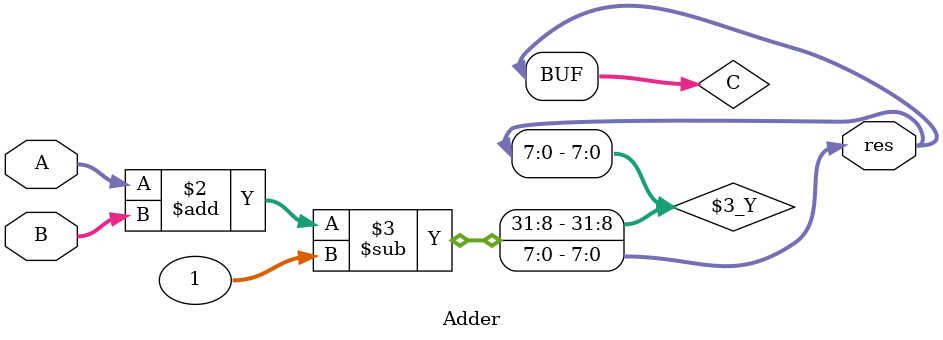
<source format=v>

`timescale 1ns / 1ps

module final(input clk, input [15:0] sw,output [15:0] led);

reg [15:0] inst;

reg [1:0] cycle;
wire[7:0] sum;
wire RF_Rp_zero;


//program counter values
reg PC_clr,PC_ld,PC_inc;
//instruction registers vaues
reg IR_ld;
wire [15:0] Instr;
//8 bit mux values
reg  D_addr_sel;
wire  [7:0] PC_addr;
reg [7:0] D_addr;
wire[7:0] muxOut8;
//D values
reg D_rd,D_wr;
wire[15:0] Rp_data;//shared with data register
wire[15:0] R_data;



assign  RF_Rp_zero=(Rp_data==0);
//program counter
PC pc(clk,PC_clr,PC_ld,PC_inc,sum,PC_addr);
//instruction register
IR ir(clk,IR_ld,R_data,Instr);
//mux
Bit8MuxSig mux1(D_addr_sel,PC_addr,D_addr,muxOut8);
//module D(input [7:0] addr,input rd, input wr,input[15:0] W_data, output  [15:0] R_data);
D memory(muxOut8,D_rd,D_wr,Rp_data,R_data,sw[7:0],led);
//adder
reg [7:0] PC_count;
//Adder adder(PC_count,Instr[7:0],sum);
Adder adder(PC_count,Instr[7:0],sum);
//alu
// module ALU(input [2:0] alu_s, input [15:0] A, B, output[15:0] data);
reg [2:0] alu_s;
wire[15:0] Rq_data,data;

//Bit16MuxSig
//Bit16MuxSig(input s1,s0,input [15:0] sig1,sig2, input [7:0] sig3, output [15:0] signal);
reg RF_s0,RF_s1;
wire [15:0]W_data;
reg [15:0] RF_W_data;
Bit16MuxSig mux2(RF_s1,RF_s0,data,R_data,RF_W_data,W_data);
//data register
/*
module dataReg(
input W_wr,Rp_rd,Rq_rd,input[3:0] W_addr,Rp_addr,Rq_addr,input [15:0] W_data,
output [15:0] Rp_data,Rq_data);
*/

reg W_wr,Rp_rd,Rq_rd;
reg [3:0] RF_W_addr,RF_Rp_addr,RF_Rq_addr;
dataReg reg16( W_wr,Rp_rd,Rq_rd,RF_W_addr,RF_Rp_addr,RF_Rq_addr, W_data,
 Rp_data,Rq_data);
 ALU al(inst[14:12],Rp_data,Rq_data,data);
wire decode_IR_ld;
wire decode_PC_ld;
wire decode_PC_inc;
wire decode_PC_clr;
wire decode_D_addr_sel;
wire decode_D_rd;
wire decode_D_wr;
wire decode_RF_s1;
wire decode_RF_s0;
wire decode_W_wr;
wire decode_rd;
wire decode_rd_Rp;
wire decode_rd_Rq;
wire [2:0] decode_alu_s;
wire [7:0] decode_D_addr;
wire [7:0] decode_RF_W_data;
wire [3:0] decode_RF_W_addr;
wire [3:0] decode_RF_Rp_addr;
wire [3:0] decode_RF_Rq_addr;

reg temp_IR_ld;
reg temp_PC_ld;
reg temp_PC_inc;
reg temp_PC_clr;
reg temp_D_addr_sel;
reg temp_D_rd;
reg temp_D_wr;
reg temp_RF_s1;
reg temp_RF_s0;
reg temp_W_wr;
reg temp_rd_Rp;
reg temp_rd_Rq;
reg [2:0] temp_alu_s;
reg [7:0] temp_D_addr;
reg [7:0] temp_RF_W_data;
reg [3:0] temp_RF_W_addr;
reg [3:0] temp_RF_Rp_addr;
reg [3:0] temp_RF_Rq_addr;
reg reset;

//decoder
//use to be Instr

always@(*)
begin
alu_s=Instr[14:12];
end

reg[7:0] imm,dir,offset;
reg[3:0] adress0,adress1,adress2;
reg fill;


initial begin
PC_clr=0;
PC_inc<=0;
IR_ld<=1;
D_rd=1;
D_addr_sel=0;
W_wr=0;
D_wr<=0;
end


always@(posedge clk or posedge reset)
begin
if(reset)//reset signal is sent
begin
//PC_clr=1;
//PC_inc<=0;
//counter set to zero
end
else
//PC_clr=0;//counter clear is disengaged
begin
    case(cycle)
    2'b00:begin cycle<=cycle+1;//fetch phase
    PC_inc<=0;//incrementing is stopped
    D_addr_sel=0;//selecting to read D adress from counter
    D_rd=1;//choosing to read
    D_wr=0;//and not write
    IR_ld<=1;//instruction from instruction register is loaded
    inst=Instr;
    PC_clr=0;
    PC_count=PC_addr;//take a note of where the program counter is now 
    adress2<=inst[11:8];
adress1<=inst[7:4];
adress0<=inst[3:0];

imm=inst[7:0];
dir=inst[7:0];
offset=inst[7:0];
alu_s=inst[14:12];
end
    2'b01:begin cycle<=cycle+1;//decode phase hold values from decoder in tempory registers
case(inst[15:12])
	4'b0000:begin
	fill=0;
	RF_W_addr<=adress2;	W_wr<=1;	RF_Rp_addr<=adress1;	Rp_rd<=1;	RF_Rq_addr<=adress0;	Rq_rd<=1;	RF_s1<=0;	RF_s0<=0;	
        RF_W_data<=16'h0000;    D_rd<=1'b0;    D_wr<=1'b0;    D_addr<=4'b0000;D_addr_sel<=0;    
        PC_ld<=0;    PC_clr<=0;    PC_inc<=0;    IR_ld<=0;
	end
	4'b0001:begin
	RF_W_addr<=adress2;	W_wr<=1;	RF_Rp_addr<=adress1;	Rp_rd<=1;	RF_Rq_addr<=adress0;	Rq_rd<=1;	RF_s1<=0;	RF_s0<=0;	
            RF_W_data<=16'h0000;    D_rd<=1'b0;    D_wr<=1'b0;    D_addr<=4'b0000;D_addr_sel<=0;    
            PC_ld<=0;    PC_clr<=0;    PC_inc<=0;    IR_ld<=0;
	fill=0;
	end
	4'b0010:begin
	fill=0;
	RF_W_addr<=adress2;	W_wr<=1;	RF_Rp_addr<=adress1;	Rp_rd<=1;	RF_Rq_addr<=adress0;	Rq_rd<=1;	RF_s1<=0;	RF_s0<=0;	
            RF_W_data<=16'h0000;    D_rd<=1'b0;    D_wr<=1'b0;    D_addr<=4'b0000;D_addr_sel<=0;    
            PC_ld<=0;    PC_clr<=0;    PC_inc<=0;    IR_ld<=0;
	end
	4'b0011:begin
	fill=0;
	RF_W_addr<=adress2;	W_wr<=1;	RF_Rp_addr<=adress1;	Rp_rd<=1;	RF_Rq_addr<=adress0;	Rq_rd<=1;	RF_s1<=0;	RF_s0<=0;	
            RF_W_data<=16'h0000;    D_rd<=1'b0;    D_wr<=1'b0;    D_addr<=4'b0000;D_addr_sel<=0;    
            PC_ld<=0;    PC_clr<=0;    PC_inc<=0;    IR_ld<=0;
	end
	4'b0100:begin
	fill=0;
	RF_W_addr<=adress2;	W_wr<=1;	RF_Rp_addr<=adress1;	Rp_rd<=1;	RF_Rq_addr<=adress0;	Rq_rd<=1;	RF_s1<=0;	RF_s0<=0;	
            RF_W_data<=16'h0000;    D_rd<=1'b0;    D_wr<=1'b0;    D_addr<=4'b0000;D_addr_sel<=0;    
            PC_ld<=0;    PC_clr<=0;    PC_inc<=0;    IR_ld<=0;
	end
	4'b0101:begin
	fill=0;
	RF_W_addr<=adress2;	W_wr<=1;	RF_Rp_addr<=adress1;	Rp_rd<=1;	RF_Rq_addr<=adress0;	Rq_rd<=1;	RF_s1<=0;	RF_s0<=0;	
            RF_W_data<=16'h0000;    D_rd<=1'b0;    D_wr<=1'b0;    D_addr<=4'b0000;D_addr_sel<=0;    
            PC_ld<=0;    PC_clr<=0;    PC_inc<=0;    IR_ld<=0;
	end
	4'b0110:begin
	fill=0;
	RF_W_addr<=adress2;	W_wr<=1;	RF_Rp_addr<=adress1;	Rp_rd<=1;	RF_Rq_addr<=adress0;	Rq_rd<=1;	RF_s1<=0;	RF_s0<=0;	
            RF_W_data<=16'h0000;    D_rd<=1'b0;    D_wr<=1'b0;    D_addr<=4'b0000;D_addr_sel<=0;    
            PC_ld<=0;    PC_clr<=0;    PC_inc<=0;    IR_ld<=0;
	end
	4'b0111:begin
	fill=0;
	RF_W_addr<=adress2;	W_wr<=1;	RF_Rp_addr<=adress1;	Rp_rd<=1;	RF_Rq_addr<=adress0;	Rq_rd<=1;	RF_s1<=0;	RF_s0<=0;	
            RF_W_data<=16'h0000;    D_rd<=1'b0;    D_wr<=1'b0;    D_addr<=4'b0000;D_addr_sel<=0;    
            PC_ld<=0;    PC_clr<=0;    PC_inc<=0;    IR_ld<=0;
	end
	4'b1000:begin
	RF_W_addr<=adress2;	W_wr<=1;	RF_Rp_addr<=adress1;	Rp_rd<=0;	RF_Rq_addr<=adress0;	Rq_rd<=0;	RF_s1<=1;	RF_s0<=0;	
	RF_W_data<=imm;	D_rd<=1'b0;	D_wr<=1'b0;	D_addr<=4'b0000;D_addr_sel<=0;	
	PC_ld<=0;	PC_clr<=0;	PC_inc<=0;	IR_ld<=0;
	end
	4'b1001:begin//load word from memoery to register
	fill=0;
	RF_W_addr<=adress2;	W_wr<=1;	RF_Rp_addr<=0;	Rp_rd<=0;	RF_Rq_addr<=adress0;	Rq_rd<=0;	RF_s1<=0;	RF_s0<=1;	
	RF_W_data<=0;	D_rd<=1'b1;	D_wr<=1'b0;	D_addr<=dir;D_addr_sel<=1;	
	PC_ld<=0;	PC_clr<=0;	PC_inc<=0;	IR_ld<=0;
	end
	4'b1010:begin//store word from data register into permanent memory 
	fill=0;
	RF_W_addr<=0;	W_wr<=0;	RF_Rp_addr<=adress2;	Rp_rd<=1;	RF_Rq_addr<=adress0;	Rq_rd<=0;	RF_s1<=1;	RF_s0<=0;	
	RF_W_data<=0;	D_rd<=1'b0;	D_wr<=1'b1;	D_addr<=dir;D_addr_sel<=1;	
	PC_ld<=0;	PC_clr<=0;	PC_inc<=0;	IR_ld<=0;
	end
	4'b1011:begin//biz
	fill=0;
	   if(RF_Rp_zero)
	   begin
	       RF_W_addr<=adress2;	W_wr<=1;	RF_Rp_addr<=adress2;	Rp_rd<=1;	RF_Rq_addr<=0;	Rq_rd<=0;	RF_s1<=1;	RF_s0<=0;	
	RF_W_data<=offset;	D_rd<=1'b1;	D_wr<=1'b1;	D_addr<=dir;D_addr_sel<=1;	
	PC_ld<=1;	PC_clr<=0;	PC_inc<=0;	IR_ld<=1;
	   end
	end
	4'b1100:begin//bnz
	fill=0;
	   if(~RF_Rp_zero)
	   begin
	       RF_W_addr<=adress2;	W_wr<=1;	RF_Rp_addr<=adress2;	Rp_rd<=1;	RF_Rq_addr<=0;	Rq_rd<=0;	RF_s1<=1;	RF_s0<=0;	
	RF_W_data<=offset;	D_rd<=1'b1;	D_wr<=1'b1;	D_addr<=dir;D_addr_sel<=1;	
	PC_ld<=1;	PC_clr<=0;	PC_inc<=0;	IR_ld<=1;
	   end
	end
	4'b1101:begin//jal
	fill=0;
	
	end
	4'b1110:begin //unconditional jump instruction
	RF_W_addr<=adress2;	W_wr<=1;	RF_Rp_addr<=adress2;	Rp_rd<=1;	RF_Rq_addr<=0;	Rq_rd<=0;	RF_s1<=1;	RF_s0<=0;	
	RF_W_data<=offset;	D_rd<=1'b1;	D_wr<=1'b1;	D_addr<=dir;D_addr_sel<=1;	
	PC_ld<=1;	PC_clr<=0;	PC_inc<=0;	IR_ld<=1;
	fill=0;
	end
	4'b1111:begin//JR
	fill=0;
	end
endcase

end
    2'b10:begin cycle<=cycle+1;//execute phase

    
end
    2'b11:begin cycle<=0;//reset
    PC_inc=1;//incrementing is resumed
    IR_ld<=0;
    PC_ld<=0;
    PC_clr<=0;
    D_wr<=0;
    W_wr<=0;
    D_addr_sel<=0;
    D_rd<=1;
end
    endcase
end    
end

initial begin
cycle=0;
end


endmodule



module Bit16MuxSig(input s1,s0,input [15:0] sig1,sig2, input [7:0] sigg3, output [15:0] signal);
reg [15:0] outSig;
wire [1:0] sel;
wire [15:0] sig3;
assign sig3[7:0]=sigg3;
assign sig3[15:8]=4'b0000;
assign sel[0]=s0;
assign sel[1]=s1;
assign signal=outSig;
always@(*)begin
	case(sel)
	2'b00:outSig<=sig1;
	2'b01:outSig<=sig2;
	2'b10:outSig<=sig3;
	2'b11:outSig<=0;
	endcase
end
endmodule 

module Bit8MuxSig(input D_addr_sel ,input [7:0] sig1,sig2 ,output [7:0] signal);
reg [7:0] outSig;
assign signal=outSig;
always@(*)begin
	case(D_addr_sel)
	1'b0:outSig=sig1;
	1'b1:outSig=sig2;
	endcase
end
endmodule 

module ALU(input [2:0] alu_s, input [15:0] A, B, output[15:0] data);

wire[15:0] addAns,subAns,andAns,orAns,xorAns,notAns,slaAns,sraAns;
reg [15:0] ans;
assign data=ans;
		
bit16Add one(A,B,addAns);
bit16Sub two(A,B,subAns);
bit16And three(A,B,andAns);
bit16Or  four(A,B,orAns);
bit16Xor five(A,B,xorAns);
bit16Not six(A,B,notAns);
bit16Sla seven(A,B,slaAns);
bit16Sra eight(A,B,sraAns);

	always@(*) begin
	case(alu_s)
		3'b000:ans=addAns;//ADD
		3'b001:ans=subAns;//SUB
		3'b010:ans=andAns;//AND
		3'b011:ans=orAns;//OR
		3'b100:ans=xorAns;//XOR
		3'b101:ans=notAns;//NOT
		3'b110:ans=slaAns;// left shift
		3'b111:ans=sraAns;// right shift
	endcase
	end

endmodule 

module dataReg(
input W_wr,Rp_rd,Rq_rd,input[3:0] W_addr,Rp_addr,Rq_addr,input [15:0] W_data,
output [15:0] Rp_data,Rq_data);

reg [15:0] mem [15:0];

reg[15:0] rp_data,rq_data;
//assign Rp_data=rp_data;
//assign Rq_data=rq_data;

assign Rp_data=rp_data;
assign Rq_data=rq_data;


always@(*)
begin

/*
if(W_wr)
mem[W_addr]<=W_data;
if(Rq_rd)
rq_data<=mem[Rq_addr];
if(Rp_rd)
rp_data<=mem[Rq_addr];
*/



if((Rp_rd&&W_wr)&&(Rq_addr==W_addr))
begin
rp_data<=W_data;
mem[W_addr]<=W_data;
end
//if write and read is called on the same register
//simply output the value of W_data without writting to register
else if((Rp_rd&&W_wr)&&(Rp_addr==W_addr))
rp_data<=W_data;
else 
begin
if(Rp_rd)//else read out register normally
rp_data<=mem[Rp_addr];
if(Rq_rd)
rq_data<=mem[Rq_addr];
if(W_wr)
mem[W_addr]<=W_data;
end




end

endmodule

module D(input [7:0] addr,input rd, input wr,input[15:0] W_data, output [15:0] R_data,input [7:0] sw,output [7:0] led);
reg [15:0] mem [255:0];
reg[15:0] r_data;
assign R_data=r_data;
//assign test=mem[245];
assign led=mem[sw];

always@(*)
begin
//if a read and write operation is done at the same time 
//simply output W_data to R_data without writting anything 
if(rd&&wr)
begin r_data=W_data; end 
else if(wr)
mem[addr]=W_data;
else if(rd)
r_data=mem[addr];
end

//the program written from registers 0 and onward
initial begin
//load 0 to 7 to registers 0 to 7
//store into data registers instructions 
mem[0]<=16'b1000000000000000;
mem[1]<=16'b1000000100000001;
mem[2]<=16'b1000001000000010;
mem[3]<=16'b1000001100000011;
mem[4]<=16'b1000010000000100;
mem[5]<=16'b1000010100000101;
mem[6]<=16'b1000011000000110;
mem[7]<=16'b1000011100000111;

//logical operations instructions 
//add 110(hex 6) and 011 (hex 3) to make 1001(hex 9) store in reg 8
mem[8]<=16'b0000100001100011;
//subtract =110(hex 6) and 011 (hex 3) to make 011(hex 3) store in reg 9
mem[9]<=16'b0001100101100011;
//AND 0010(hex 1) with 0011 (Hex 3) to get 0010(hex 2) store in reg 10
mem[10]<=16'b0010101000110010;
//OR  101(hex 5) and 111(hex 7) to get 111(hex 7) and store in reg 11
mem[11]<=16'b0011101101010111;
//XOR 100(hex 4) and 101(hex 5) to get 0001(hex 1) store in reg 12
mem[12]<=16'b0100110001000101;
//not 0101(hex 5) which extened is0000000000000101 to get 1111111111110101 (hex FFFA) and store in register 13
mem[13]<=16'b0101110101010000;
//left shift 0010(hex 2) to get 0100(4) and store in register 14
mem[14]<=16'b0110111000100000;
//right shift 0010(hex 2) to get 0001(hex 1) and store in register 15
mem[15]<=16'b0111111100100000;

//memory storage instructions 
//store information from register 8 into memory location 240 binary 1111 0000
mem[16]<=16'b1010100011110000;
//store information from register 9 into memory location 241 binary 1111 0001
mem[17]<=16'b1010100111110001;
//store information from register 10 into memory location 242 binary 1111 0010
mem[18]<=16'b1010101011110010;
//store information from register 11 into memory location 243 binary 1111 0011
mem[19]<=16'b1010101111110011;


//store information from register 12 into memory location 244 binary 1111 0100
mem[20]<=16'b1010110011110100;
//store information from register 13 into memory location 245 binary 1111 0101
mem[21]<=16'b1010110111110101;
//store information from register 14 into memory location 246 binary 1111 0110
mem[22]<=16'b1010111011110110;
//store information from register 15 into memory location 247 binary 1111 0111
mem[23]<=16'b1010111111110111;



end


endmodule



module bit16Add (input [15:0] A,B,output [15:0]addAns);
assign addAns=A+B;
endmodule

module bit16Sub (input [15:0]A,B,output [15:0]subAns);
assign subAns=A-B;
endmodule

module bit16And (input [15:0]A,B,output [15:0]andAns);
assign andAns=A&B;
endmodule

module bit16Or  (input [15:0]A,B,output [15:0]orAns);
assign orAns=A|B;
endmodule

module bit16Xor (input [15:0]A,B,output [15:0]xorAns);
assign xorAns=A^B;
endmodule

module bit16Not (input [15:0]A,B,output [15:0]notAns);
assign notAns=~A;
endmodule

module bit16Sla (input [15:0]A,B,output [15:0]slaAns);
assign slaAns=A<<1;
endmodule

module bit16Sra (input [15:0]A,B,output [15:0]sraAns);
assign sraAns=A>>1;
endmodule

module FSM
(
input clk, reset,
input [3:0] Opcode,
input RF_Rp_zero,
output IR_ld,
output PC_ld,
output PC_inc,
output PC_clr,
output D_addr_sel,
output D_rd,
output D_wr,
output RF_s1,
output RF_s0,
output W_wr,
output rd_Rp,
output rd_Rq,
output [2:0] alu_s
);

reg [14:0] controls;



always@(*)
begin
case(Opcode)
4'b0000: controls = 15'b000000000111000;//ADD
4'b0001: controls = 15'b000000000111001;//SUB
4'b0010: controls = 15'b000000000111010;//AND
4'b0011: controls = 15'b000000000111011;//OR
4'b0100: controls = 15'b000000000111100;//XOR
4'b0101: controls = 15'b000000000110101;//NOT
4'b0110: controls = 15'b000000000110110;//SLA
4'b0111: controls = 15'b000000000110111;//SRA
4'b1000: controls = 15'b000000010100000;//LI
4'b1001: controls = 15'b000011001100000;//LW
4'b1010: controls = 15'b000010100010000;//SW
4'b1011: controls = 15'b010001000000000;//BIZ//need to figure these ones out 
4'b1100: controls = 15'b010001000000000;//BNZ
4'b1101: controls = 15'b010000000100000;//JAL
4'b1110: controls = 15'b010001000000000;//JMP
4'b1111: controls = 15'b000101001010000;//JR
endcase
end

assign {IR_ld, PC_ld, PC_inc, PC_clr, D_addr_sel, D_rd, D_wr, RF_s1, RF_s0, W_wr, rd_Rp, rd_Rq, alu_s} = controls;

endmodule

/////////////////////////////


module Decoder
(
input clk, reset,
input [15:0] Instr,
input RF_Rp_zero,
output IR_ld,
output PC_ld,
output PC_inc,
output PC_clr,
output D_addr_sel,
output D_rd,
output D_wr,
output RF_s1,
output RF_s0,
output W_wr,
output rd_Rp,
output rd_Rq,
output [2:0] alu_s,
output [7:0] D_addr,
output [7:0] RF_W_data,
output [3:0] RF_W_addr,
output [3:0] RF_Rp_addr,
output [3:0] RF_Rq_addr
);
assign alu_s=Instr[14:11];

reg t_IR_ld;
reg t_PC_ld;
reg t_PC_inc;
reg t_PC_clr;
reg t_D_addr_sel;
reg t_D_rd;
reg t_D_wr;
reg t_RF_s1;
reg t_RF_s0;
reg t_W_wr;
reg t_rd_Rp;
reg t_rd_Rq;
reg [2:0] t_alu_s;
reg [7:0] t_D_addr;
reg [7:0] t_W_data;
reg [3:0] t_W_addr;
reg [3:0] t_Rp_addr;
reg [3:0] t_Rq_addr;

wire [3:0] adress0,adress1,adress2;
wire [7:0] imm,dir,offset;
assign adress2=Instr[11:8];
assign adress1=Instr[7:4];
assign adress0=Instr[3:0];

assign imm[7:4]=adress1;
assign imm[3:0]=adress0;

assign dir[7:4]=adress1;
assign dir[3:0]=adress0;

assign offset[7:4]=adress1;
assign offset[3:0]=adress0;

reg [15:0] JAL;
initial begin
JAL=0;
end


assign IR_ld=t_IR_ld;	
assign	PC_ld=	 t_PC_ld;	
assign	  PC_inc	=	 t_PC_inc;	
assign	  PC_clr	=	 t_PC_clr;	
assign	  D_addr_sel	=	 t_D_addr_sel;	
assign	  D_rd	=	 t_D_rd;	

assign	  D_wr	=	 t_D_wr;	

assign	  RF_s1	=t_RF_s1;	
assign	  RF_s0	=t_RF_s0;	

assign	  W_wr	=	 t_W_wr;	
assign	  rd_Rp	=	 t_rd_Rp;	
assign	  rd_Rq	=	 t_rd_Rq;	
assign	  alu_s	=	 Instr[14:12];	
assign	 D_addr	=	  t_D_addr;	
assign	   RF_W_data	=	 t_W_data;	
assign	   RF_W_addr	=	  t_W_addr;	
assign	   RF_Rp_addr	=	  t_Rp_addr;	
assign	   RF_Rq_addr	=	  t_Rq_addr;	


 reg fill;
 
always@(*)
begin
case(Instr[15:12])
	4'b0000:begin
	fill=0;
	t_W_addr<=adress2;	t_W_wr<=1;	t_Rp_addr<=adress1;	t_rd_Rp<=1;	t_Rq_addr<=adress0;	t_rd_Rq<=1;	t_RF_s1<=0;	t_RF_s0<=0;	
        t_W_data<=16'h0000;    t_D_rd<=1'b0;    t_D_wr<=1'b0;    t_D_addr<=4'b0000;t_D_addr_sel<=0;    
        t_PC_ld<=0;    t_PC_clr<=0;    t_PC_inc<=0;    t_IR_ld<=0;
	end
	4'b0001:begin
	t_W_addr<=adress2;	t_W_wr<=1;	t_Rp_addr<=adress1;	t_rd_Rp<=1;	t_Rq_addr<=adress0;	t_rd_Rq<=1;	t_RF_s1<=0;	t_RF_s0<=0;	
            t_W_data<=16'h0000;    t_D_rd<=1'b0;    t_D_wr<=1'b0;    t_D_addr<=4'b0000;t_D_addr_sel<=0;    
            t_PC_ld<=0;    t_PC_clr<=0;    t_PC_inc<=0;    t_IR_ld<=0;
	fill=0;
	end
	4'b0010:begin
	fill=0;
	t_W_addr<=adress2;	t_W_wr<=1;	t_Rp_addr<=adress1;	t_rd_Rp<=1;	t_Rq_addr<=adress0;	t_rd_Rq<=1;	t_RF_s1<=0;	t_RF_s0<=0;	
            t_W_data<=16'h0000;    t_D_rd<=1'b0;    t_D_wr<=1'b0;    t_D_addr<=4'b0000;t_D_addr_sel<=0;    
            t_PC_ld<=0;    t_PC_clr<=0;    t_PC_inc<=0;    t_IR_ld<=0;
	end
	4'b0011:begin
	fill=0;
	t_W_addr<=adress2;	t_W_wr<=1;	t_Rp_addr<=adress1;	t_rd_Rp<=1;	t_Rq_addr<=adress0;	t_rd_Rq<=1;	t_RF_s1<=0;	t_RF_s0<=0;	
            t_W_data<=16'h0000;    t_D_rd<=1'b0;    t_D_wr<=1'b0;    t_D_addr<=4'b0000;t_D_addr_sel<=0;    
            t_PC_ld<=0;    t_PC_clr<=0;    t_PC_inc<=0;    t_IR_ld<=0;
	end
	4'b0100:begin
	fill=0;
	t_W_addr<=adress2;	t_W_wr<=1;	t_Rp_addr<=adress1;	t_rd_Rp<=1;	t_Rq_addr<=adress0;	t_rd_Rq<=1;	t_RF_s1<=0;	t_RF_s0<=0;	
            t_W_data<=16'h0000;    t_D_rd<=1'b0;    t_D_wr<=1'b0;    t_D_addr<=4'b0000;t_D_addr_sel<=0;    
            t_PC_ld<=0;    t_PC_clr<=0;    t_PC_inc<=0;    t_IR_ld<=0;
	end
	4'b0101:begin
	fill=0;
	t_W_addr<=adress2;	t_W_wr<=1;	t_Rp_addr<=adress1;	t_rd_Rp<=1;	t_Rq_addr<=adress0;	t_rd_Rq<=1;	t_RF_s1<=0;	t_RF_s0<=0;	
            t_W_data<=16'h0000;    t_D_rd<=1'b0;    t_D_wr<=1'b0;    t_D_addr<=4'b0000;t_D_addr_sel<=0;    
            t_PC_ld<=0;    t_PC_clr<=0;    t_PC_inc<=0;    t_IR_ld<=0;
	end
	4'b0110:begin
	fill=0;
	t_W_addr<=adress2;	t_W_wr<=1;	t_Rp_addr<=adress1;	t_rd_Rp<=1;	t_Rq_addr<=adress0;	t_rd_Rq<=1;	t_RF_s1<=0;	t_RF_s0<=0;	
            t_W_data<=16'h0000;    t_D_rd<=1'b0;    t_D_wr<=1'b0;    t_D_addr<=4'b0000;t_D_addr_sel<=0;    
            t_PC_ld<=0;    t_PC_clr<=0;    t_PC_inc<=0;    t_IR_ld<=0;
	end
	4'b0111:begin
	fill=0;
	t_W_addr<=adress2;	t_W_wr<=1;	t_Rp_addr<=adress1;	t_rd_Rp<=1;	t_Rq_addr<=adress0;	t_rd_Rq<=1;	t_RF_s1<=0;	t_RF_s0<=0;	
            t_W_data<=16'h0000;    t_D_rd<=1'b0;    t_D_wr<=1'b0;    t_D_addr<=4'b0000;t_D_addr_sel<=0;    
            t_PC_ld<=0;    t_PC_clr<=0;    t_PC_inc<=0;    t_IR_ld<=0;
	end
	4'b1000:begin
	t_W_addr<=adress2;	t_W_wr<=1;	t_Rp_addr<=adress1;	t_rd_Rp<=0;	t_Rq_addr<=adress0;	t_rd_Rq<=0;	t_RF_s1<=1;	t_RF_s0<=0;	
	t_W_data<=imm;	t_D_rd<=1'b0;	t_D_wr<=1'b0;	t_D_addr<=4'b0000;t_D_addr_sel<=0;	
	t_PC_ld<=0;	t_PC_clr<=0;	t_PC_inc<=0;	t_IR_ld<=0;
	end
	4'b1001:begin//load word from memoery to register
	fill=0;
	t_W_addr<=adress2;	t_W_wr<=1;	t_Rp_addr<=0;	t_rd_Rp<=0;	t_Rq_addr<=adress0;	t_rd_Rq<=0;	t_RF_s1<=0;	t_RF_s0<=1;	
	t_W_data<=0;	t_D_rd<=1'b1;	t_D_wr<=1'b0;	t_D_addr<=dir;t_D_addr_sel<=1;	
	t_PC_ld<=0;	t_PC_clr<=0;	t_PC_inc<=0;	t_IR_ld<=0;
	end
	4'b1010:begin//store word from data register into permanent memory 
	fill=0;
	t_W_addr<=0;	t_W_wr<=0;	t_Rp_addr<=adress2;	t_rd_Rp<=1;	t_Rq_addr<=adress0;	t_rd_Rq<=0;	t_RF_s1<=1;	t_RF_s0<=0;	
	t_W_data<=0;	t_D_rd<=1'b0;	t_D_wr<=1'b1;	t_D_addr<=dir;t_D_addr_sel<=1;	
	t_PC_ld<=0;	t_PC_clr<=0;	t_PC_inc<=0;	t_IR_ld<=0;
	end
	4'b1011:begin//biz
	fill=0;
	   if(RF_Rp_zero)
	   begin
	       t_W_addr<=adress2;	t_W_wr<=1;	t_Rp_addr<=adress2;	t_rd_Rp<=1;	t_Rq_addr<=0;	t_rd_Rq<=0;	t_RF_s1<=1;	t_RF_s0<=0;	
	t_W_data<=offset;	t_D_rd<=1'b1;	t_D_wr<=1'b1;	t_D_addr<=dir;t_D_addr_sel<=1;	
	t_PC_ld<=1;	t_PC_clr<=0;	t_PC_inc<=0;	t_IR_ld<=1;
	   end
	end
	4'b1100:begin//bnz
	fill=0;
	   if(~RF_Rp_zero)
	   begin
	       t_W_addr<=adress2;	t_W_wr<=1;	t_Rp_addr<=adress2;	t_rd_Rp<=1;	t_Rq_addr<=0;	t_rd_Rq<=0;	t_RF_s1<=1;	t_RF_s0<=0;	
	t_W_data<=offset;	t_D_rd<=1'b1;	t_D_wr<=1'b1;	t_D_addr<=dir;t_D_addr_sel<=1;	
	t_PC_ld<=1;	t_PC_clr<=0;	t_PC_inc<=0;	t_IR_ld<=1;
	   end
	end
	4'b1101:begin//jal
	fill=0;
	
	end
	4'b1110:begin //unconditional jump instruction
	t_W_addr<=adress2;	t_W_wr<=1;	t_Rp_addr<=adress2;	t_rd_Rp<=1;	t_Rq_addr<=0;	t_rd_Rq<=0;	t_RF_s1<=1;	t_RF_s0<=0;	
	t_W_data<=offset;	t_D_rd<=1'b1;	t_D_wr<=1'b1;	t_D_addr<=dir;t_D_addr_sel<=1;	
	t_PC_ld<=1;	t_PC_clr<=0;	t_PC_inc<=0;	t_IR_ld<=1;
	fill=0;
	end
	4'b1111:begin//JR
	fill=0;
	end
endcase


end

endmodule 

//////////////////////

module PC
(
input clk, clear,
input load,
input increment,
input [7:0] D,
output [7:0] Q
);

reg [7:0] Q1;

//counter starts at 0;
initial begin
Q1=0;
end

always@(posedge clk)
begin
if(clear)               // Clear takes 1st priority
Q1 <= 0;
else if(load)           // Load takes 2nd priority
Q1 <= D;
else if(increment)      // Incremenet tkes 3rd priority
Q1 <= Q + 1;
end
assign Q = Q1;
endmodule

module IR
(
input clk, load,
input [15:0] current_Instr,
output [15:0] Instr
);

reg [15:0] next_Instr;

///changed from always@(posedge clk)
always@(*)
begin
if(load)
next_Instr <= current_Instr;
end

assign Instr = next_Instr;

endmodule

module Adder
(
input [7:0] A,
input [7:0] B,
output [7:0] res
);

reg [7:0] C;

always@(*)
begin
C = A + B - 1;
end
assign res = C;

endmodule


</source>
